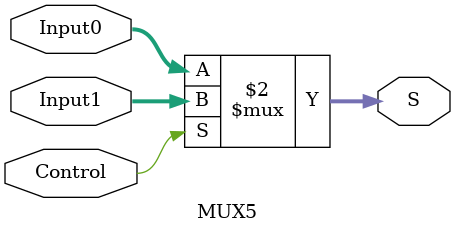
<source format=v>
`default_nettype wire

module MUX5
    (
    input [4:0] Input0,
    input [4:0] Input1,
    input Control,
    output [4:0] S
);
    assign S = (Control == 1'b0 ? Input0 : Input1);
endmodule

</source>
